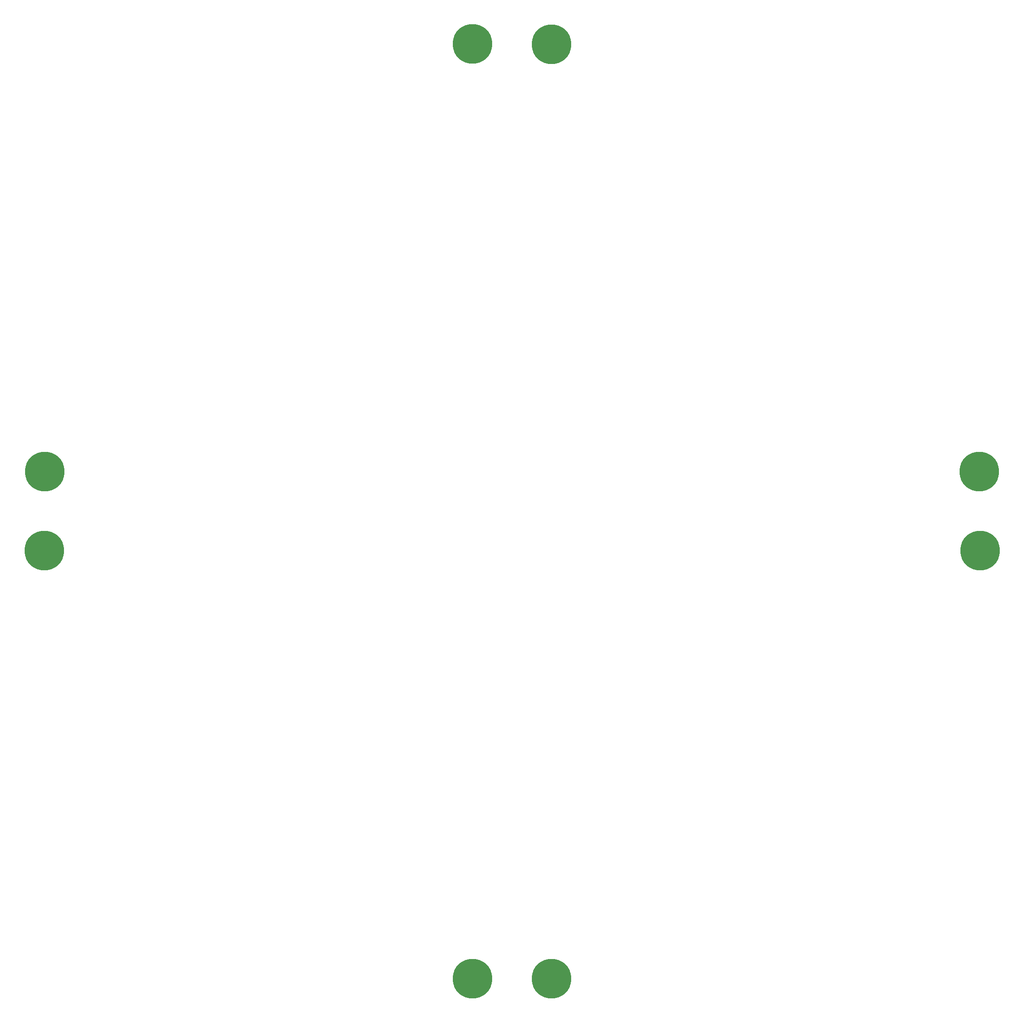
<source format=gtl>
%FSLAX44Y44*%
%MOMM*%
G71*
G01*
G75*
G04 Layer_Physical_Order=1*
G04 Layer_Color=255*
%ADD10C,8.0000*%
D10*
X2278380Y1324610D02*
D03*
X386080D02*
D03*
X1252220Y297180D02*
D03*
X1412240D02*
D03*
Y2189480D02*
D03*
X1252220Y2190750D02*
D03*
X384810Y1164590D02*
D03*
X2279650D02*
D03*
M02*

</source>
